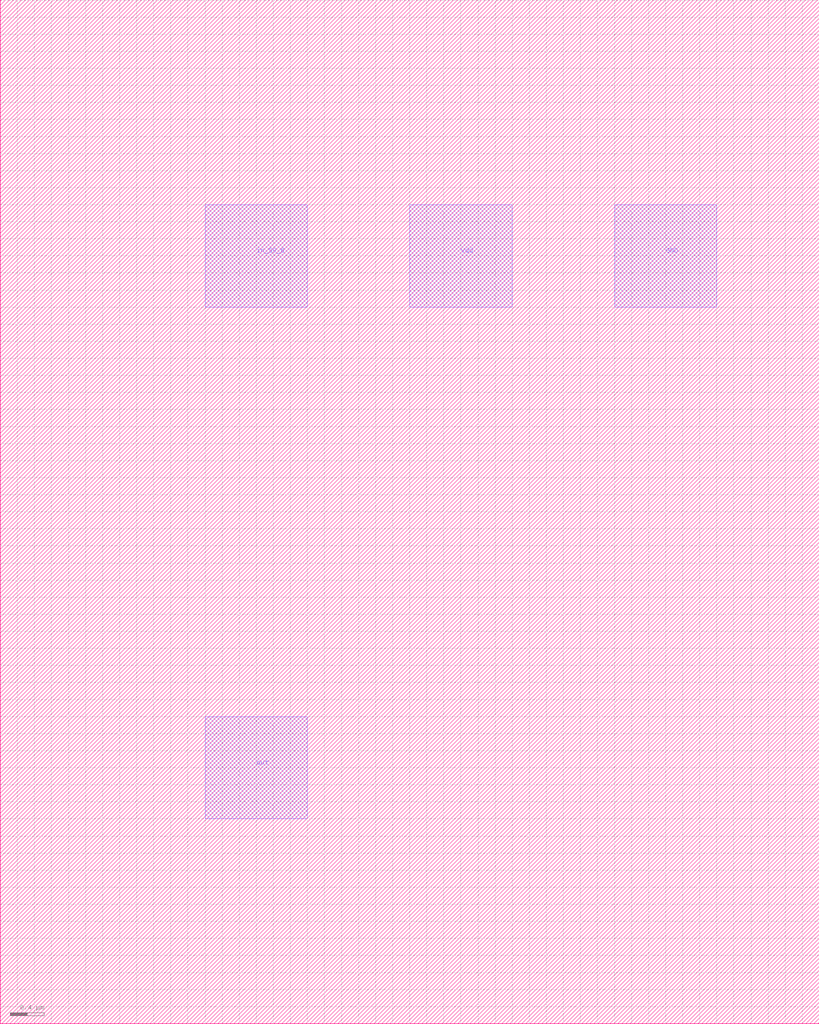
<source format=lef>
VERSION 5.6 ;

BUSBITCHARS "[]" ;

DIVIDERCHAR "/" ;

UNITS
    DATABASE MICRONS 2000 ;
END UNITS

MANUFACTURINGGRID 0.000500 ; 

CLEARANCEMEASURE EUCLIDEAN ; 

USEMINSPACING OBS ON ; 

SITE CoreSite
    CLASS CORE ;
    SIZE 2.400000 BY 2.400000 ;
END CoreSite

LAYER m1
   TYPE ROUTING ;
   DIRECTION VERTICAL ;
   MINWIDTH 1.200000 ;
   AREA 0.810000 ;
   WIDTH 1.200000 ;
   SPACINGTABLE
      PARALLELRUNLENGTH 0.0
      WIDTH 0.0 1.200000 ;
   PITCH 2.400000 2.400000 ;
END m1

LAYER v1
    TYPE CUT ;
    SPACING 0.900000 ;
    WIDTH 0.600000 ;
    ENCLOSURE ABOVE 0.300000 0.300000 ;
    ENCLOSURE BELOW 0.300000 0.300000 ;
END v1

LAYER m2
   TYPE ROUTING ;
   DIRECTION HORIZONTAL ;
   MINWIDTH 1.200000 ;
   AREA 0.810000 ;
   WIDTH 1.200000 ;
   SPACINGTABLE
      PARALLELRUNLENGTH 0.0
      WIDTH 0.0 1.200000 ;
   PITCH 2.400000 2.400000 ;
END m2

LAYER v2
    TYPE CUT ;
    SPACING 0.900000 ;
    WIDTH 0.600000 ;
    ENCLOSURE ABOVE 0.300000 0.300000 ;
    ENCLOSURE BELOW 0.300000 0.300000 ;
END v2

LAYER m3
   TYPE ROUTING ;
   DIRECTION VERTICAL ;
   MINWIDTH 1.800000 ;
   AREA 2.250000 ;
   WIDTH 1.800000 ;
   SPACINGTABLE
      PARALLELRUNLENGTH 0.0
      WIDTH 0.0 1.200000 ;
   PITCH 3.000000 3.000000 ;
END m3

LAYER OVERLAP
   TYPE OVERLAP ;
END OVERLAP

VIA v1_C DEFAULT
   LAYER m1 ;
     RECT -0.600000 -0.600000 0.600000 0.600000 ;
   LAYER v1 ;
     RECT -0.300000 -0.300000 0.300000 0.300000 ;
   LAYER m2 ;
     RECT -0.600000 -0.600000 0.600000 0.600000 ;
END v1_C

VIA v2_C DEFAULT
   LAYER m2 ;
     RECT -0.600000 -0.600000 0.600000 0.600000 ;
   LAYER v2 ;
     RECT -0.300000 -0.300000 0.300000 0.300000 ;
   LAYER m3 ;
     RECT -0.600000 -0.600000 0.600000 0.600000 ;
END v2_C

MACRO _0_0cell_0_0g0x0
    CLASS CORE ;
    FOREIGN _0_0cell_0_0g0x0 0.000000 0.000000 ;
    ORIGIN 0.000000 0.000000 ;
    SIZE 9.600000 BY 12.000000 ;
    SYMMETRY X Y ;
    SITE CoreSite ;
    PIN in_50_6
        DIRECTION INPUT ;
        USE SIGNAL ;
        PORT
        LAYER m2 ;
        RECT 2.400000 8.400000 3.600000 9.600000 ;
        END
    END in_50_6
    PIN out
        DIRECTION OUTPUT ;
        USE SIGNAL ;
        PORT
        LAYER m2 ;
        RECT 2.400000 2.400000 3.600000 3.600000 ;
        END
        ANTENNADIFFAREA 3.600000 ;
    END out
    PIN Vdd
        DIRECTION INPUT ;
        USE POWER ;
        PORT
        LAYER m2 ;
        RECT 4.800000 8.400000 6.000000 9.600000 ;
        END
        ANTENNADIFFAREA 2.250000 ;
    END Vdd
    PIN GND
        DIRECTION INPUT ;
        USE GROUND ;
        PORT
        LAYER m2 ;
        RECT 7.200000 8.400000 8.400000 9.600000 ;
        END
        ANTENNADIFFAREA 1.350000 ;
    END GND
END _0_0cell_0_0g0x0

MACRO welltap_svt
    CLASS CORE WELLTAP ;
    FOREIGN welltap_svt 0.000000 0.000000 ;
    ORIGIN 0.000000 0.000000 ;
    SIZE 4.800000 BY 12.000000 ;
    SYMMETRY X Y ;
    SITE CoreSite ;
    PIN Vdd
        DIRECTION INPUT ;
        USE POWER ;
        PORT
        LAYER m2 ;
        RECT 2.400000 8.400000 3.600000 9.600000 ;
        END
    END Vdd
    PIN GND
        DIRECTION INPUT ;
        USE GROUND ;
        PORT
        LAYER m2 ;
        RECT 2.400000 2.400000 3.600000 3.600000 ;
        END
    END GND
END welltap_svt


</source>
